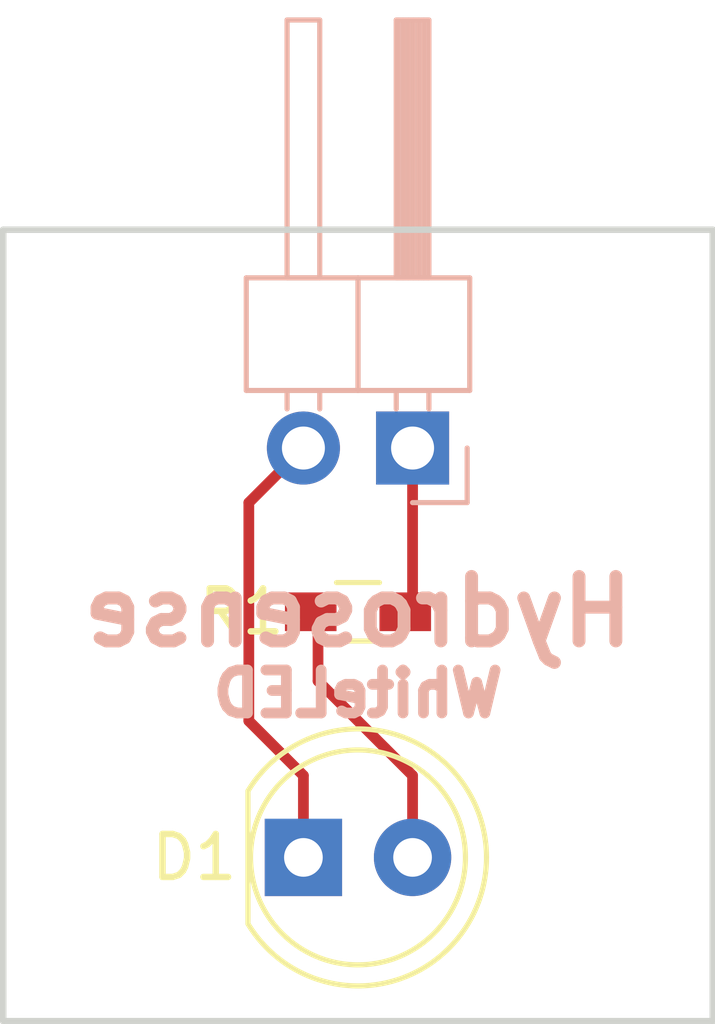
<source format=kicad_pcb>
(kicad_pcb (version 4) (host pcbnew 4.0.6-e0-6349~53~ubuntu16.04.1)

  (general
    (links 3)
    (no_connects 0)
    (area 141.529999 91.364999 158.190001 109.930001)
    (thickness 1.6)
    (drawings 6)
    (tracks 9)
    (zones 0)
    (modules 7)
    (nets 4)
  )

  (page A4)
  (layers
    (0 F.Cu signal)
    (31 B.Cu signal)
    (32 B.Adhes user)
    (33 F.Adhes user)
    (34 B.Paste user)
    (35 F.Paste user)
    (36 B.SilkS user)
    (37 F.SilkS user)
    (38 B.Mask user)
    (39 F.Mask user)
    (40 Dwgs.User user)
    (41 Cmts.User user)
    (42 Eco1.User user)
    (43 Eco2.User user)
    (44 Edge.Cuts user)
    (45 Margin user)
    (46 B.CrtYd user)
    (47 F.CrtYd user)
    (48 B.Fab user)
    (49 F.Fab user)
  )

  (setup
    (last_trace_width 0.25)
    (trace_clearance 0.2)
    (zone_clearance 0.508)
    (zone_45_only no)
    (trace_min 0.2)
    (segment_width 0.2)
    (edge_width 0.15)
    (via_size 0.6)
    (via_drill 0.4)
    (via_min_size 0.4)
    (via_min_drill 0.3)
    (uvia_size 0.3)
    (uvia_drill 0.1)
    (uvias_allowed no)
    (uvia_min_size 0.2)
    (uvia_min_drill 0.1)
    (pcb_text_width 0.3)
    (pcb_text_size 1.5 1.5)
    (mod_edge_width 0.15)
    (mod_text_size 1 1)
    (mod_text_width 0.15)
    (pad_size 1.524 1.524)
    (pad_drill 0.762)
    (pad_to_mask_clearance 0.2)
    (aux_axis_origin 0 0)
    (visible_elements FFFFFF7F)
    (pcbplotparams
      (layerselection 0x00030_80000001)
      (usegerberextensions false)
      (excludeedgelayer true)
      (linewidth 0.100000)
      (plotframeref false)
      (viasonmask false)
      (mode 1)
      (useauxorigin false)
      (hpglpennumber 1)
      (hpglpenspeed 20)
      (hpglpendiameter 15)
      (hpglpenoverlay 2)
      (psnegative false)
      (psa4output false)
      (plotreference true)
      (plotvalue true)
      (plotinvisibletext false)
      (padsonsilk false)
      (subtractmaskfromsilk false)
      (outputformat 1)
      (mirror false)
      (drillshape 1)
      (scaleselection 1)
      (outputdirectory ""))
  )

  (net 0 "")
  (net 1 GND)
  (net 2 "Net-(D1-Pad2)")
  (net 3 +5V)

  (net_class Default "This is the default net class."
    (clearance 0.2)
    (trace_width 0.25)
    (via_dia 0.6)
    (via_drill 0.4)
    (uvia_dia 0.3)
    (uvia_drill 0.1)
    (add_net +5V)
    (add_net GND)
    (add_net "Net-(D1-Pad2)")
  )

  (module Mounting_Holes:MountingHole_2.2mm_M2 (layer F.Cu) (tedit 58FD32EC) (tstamp 58FD3458)
    (at 155.575 107.315)
    (descr "Mounting Hole 2.2mm, no annular, M2")
    (tags "mounting hole 2.2mm no annular m2")
    (fp_text reference REF** (at 0 -3.2) (layer F.SilkS) hide
      (effects (font (size 1 1) (thickness 0.15)))
    )
    (fp_text value MountingHole_2.2mm_M2 (at 0 3.2) (layer F.Fab) hide
      (effects (font (size 1 1) (thickness 0.15)))
    )
    (fp_circle (center 0 0) (end 2.2 0) (layer Cmts.User) (width 0.15))
    (fp_circle (center 0 0) (end 2.45 0) (layer F.CrtYd) (width 0.05))
    (pad 1 np_thru_hole circle (at 0 0) (size 2.2 2.2) (drill 2.2) (layers *.Cu *.Mask))
  )

  (module Mounting_Holes:MountingHole_2.2mm_M2 (layer F.Cu) (tedit 58FD32E8) (tstamp 58FD3451)
    (at 144.145 107.315)
    (descr "Mounting Hole 2.2mm, no annular, M2")
    (tags "mounting hole 2.2mm no annular m2")
    (fp_text reference REF** (at 0 -3.2) (layer F.SilkS) hide
      (effects (font (size 1 1) (thickness 0.15)))
    )
    (fp_text value MountingHole_2.2mm_M2 (at 0 3.2) (layer F.Fab) hide
      (effects (font (size 1 1) (thickness 0.15)))
    )
    (fp_circle (center 0 0) (end 2.2 0) (layer Cmts.User) (width 0.15))
    (fp_circle (center 0 0) (end 2.45 0) (layer F.CrtYd) (width 0.05))
    (pad 1 np_thru_hole circle (at 0 0) (size 2.2 2.2) (drill 2.2) (layers *.Cu *.Mask))
  )

  (module Mounting_Holes:MountingHole_2.2mm_M2 (layer F.Cu) (tedit 58FD32F4) (tstamp 58FD3443)
    (at 144.145 93.98)
    (descr "Mounting Hole 2.2mm, no annular, M2")
    (tags "mounting hole 2.2mm no annular m2")
    (fp_text reference REF** (at 0 -3.2) (layer F.SilkS) hide
      (effects (font (size 1 1) (thickness 0.15)))
    )
    (fp_text value MountingHole_2.2mm_M2 (at 0 3.2) (layer F.Fab) hide
      (effects (font (size 1 1) (thickness 0.15)))
    )
    (fp_circle (center 0 0) (end 2.2 0) (layer Cmts.User) (width 0.15))
    (fp_circle (center 0 0) (end 2.45 0) (layer F.CrtYd) (width 0.05))
    (pad 1 np_thru_hole circle (at 0 0) (size 2.2 2.2) (drill 2.2) (layers *.Cu *.Mask))
  )

  (module LEDs:LED_D5.0mm (layer F.Cu) (tedit 58FD339E) (tstamp 58FD31AF)
    (at 148.59 106.045)
    (descr "LED, diameter 5.0mm, 2 pins, http://cdn-reichelt.de/documents/datenblatt/A500/LL-504BC2E-009.pdf")
    (tags "LED diameter 5.0mm 2 pins")
    (path /58FD2EC6)
    (fp_text reference D1 (at -2.54 0) (layer F.SilkS)
      (effects (font (size 1 1) (thickness 0.15)))
    )
    (fp_text value LED (at 1.27 3.96) (layer F.Fab) hide
      (effects (font (size 1 1) (thickness 0.15)))
    )
    (fp_arc (start 1.27 0) (end -1.23 -1.469694) (angle 299.1) (layer F.Fab) (width 0.1))
    (fp_arc (start 1.27 0) (end -1.29 -1.54483) (angle 148.9) (layer F.SilkS) (width 0.12))
    (fp_arc (start 1.27 0) (end -1.29 1.54483) (angle -148.9) (layer F.SilkS) (width 0.12))
    (fp_circle (center 1.27 0) (end 3.77 0) (layer F.Fab) (width 0.1))
    (fp_circle (center 1.27 0) (end 3.77 0) (layer F.SilkS) (width 0.12))
    (fp_line (start -1.23 -1.469694) (end -1.23 1.469694) (layer F.Fab) (width 0.1))
    (fp_line (start -1.29 -1.545) (end -1.29 1.545) (layer F.SilkS) (width 0.12))
    (fp_line (start -1.95 -3.25) (end -1.95 3.25) (layer F.CrtYd) (width 0.05))
    (fp_line (start -1.95 3.25) (end 4.5 3.25) (layer F.CrtYd) (width 0.05))
    (fp_line (start 4.5 3.25) (end 4.5 -3.25) (layer F.CrtYd) (width 0.05))
    (fp_line (start 4.5 -3.25) (end -1.95 -3.25) (layer F.CrtYd) (width 0.05))
    (pad 1 thru_hole rect (at 0 0) (size 1.8 1.8) (drill 0.9) (layers *.Cu *.Mask)
      (net 1 GND))
    (pad 2 thru_hole circle (at 2.54 0) (size 1.8 1.8) (drill 0.9) (layers *.Cu *.Mask)
      (net 2 "Net-(D1-Pad2)"))
    (model LEDs.3dshapes/LED_D5.0mm.wrl
      (at (xyz 0 0 0))
      (scale (xyz 0.393701 0.393701 0.393701))
      (rotate (xyz 0 0 0))
    )
  )

  (module Resistors_SMD:R_0603_HandSoldering (layer F.Cu) (tedit 58FD33A3) (tstamp 58FD31C0)
    (at 149.86 100.33 180)
    (descr "Resistor SMD 0603, hand soldering")
    (tags "resistor 0603")
    (path /58FD2E94)
    (attr smd)
    (fp_text reference R1 (at 2.71 0 180) (layer F.SilkS)
      (effects (font (size 1 1) (thickness 0.15)))
    )
    (fp_text value 10k (at 0 1.55 180) (layer F.Fab) hide
      (effects (font (size 1 1) (thickness 0.15)))
    )
    (fp_text user %R (at 0 0 180) (layer F.Fab)
      (effects (font (size 0.5 0.5) (thickness 0.075)))
    )
    (fp_line (start -0.8 0.4) (end -0.8 -0.4) (layer F.Fab) (width 0.1))
    (fp_line (start 0.8 0.4) (end -0.8 0.4) (layer F.Fab) (width 0.1))
    (fp_line (start 0.8 -0.4) (end 0.8 0.4) (layer F.Fab) (width 0.1))
    (fp_line (start -0.8 -0.4) (end 0.8 -0.4) (layer F.Fab) (width 0.1))
    (fp_line (start 0.5 0.68) (end -0.5 0.68) (layer F.SilkS) (width 0.12))
    (fp_line (start -0.5 -0.68) (end 0.5 -0.68) (layer F.SilkS) (width 0.12))
    (fp_line (start -1.96 -0.7) (end 1.95 -0.7) (layer F.CrtYd) (width 0.05))
    (fp_line (start -1.96 -0.7) (end -1.96 0.7) (layer F.CrtYd) (width 0.05))
    (fp_line (start 1.95 0.7) (end 1.95 -0.7) (layer F.CrtYd) (width 0.05))
    (fp_line (start 1.95 0.7) (end -1.96 0.7) (layer F.CrtYd) (width 0.05))
    (pad 1 smd rect (at -1.1 0 180) (size 1.2 0.9) (layers F.Cu F.Paste F.Mask)
      (net 3 +5V))
    (pad 2 smd rect (at 1.1 0 180) (size 1.2 0.9) (layers F.Cu F.Paste F.Mask)
      (net 2 "Net-(D1-Pad2)"))
    (model ${KISYS3DMOD}/Resistors_SMD.3dshapes/R_0603.wrl
      (at (xyz 0 0 0))
      (scale (xyz 1 1 1))
      (rotate (xyz 0 0 0))
    )
  )

  (module Pin_Headers:Pin_Header_Angled_1x02_Pitch2.54mm (layer B.Cu) (tedit 58FD3385) (tstamp 58FD3264)
    (at 151.13 96.52 90)
    (descr "Through hole angled pin header, 1x02, 2.54mm pitch, 6mm pin length, single row")
    (tags "Through hole angled pin header THT 1x02 2.54mm single row")
    (path /58FD31C1)
    (fp_text reference J1 (at 4.315 2.27 90) (layer B.SilkS) hide
      (effects (font (size 1 1) (thickness 0.15)) (justify mirror))
    )
    (fp_text value CONN_01X02 (at 4.315 -4.81 90) (layer B.Fab) hide
      (effects (font (size 1 1) (thickness 0.15)) (justify mirror))
    )
    (fp_line (start 1.4 1.27) (end 1.4 -1.27) (layer B.Fab) (width 0.1))
    (fp_line (start 1.4 -1.27) (end 3.9 -1.27) (layer B.Fab) (width 0.1))
    (fp_line (start 3.9 -1.27) (end 3.9 1.27) (layer B.Fab) (width 0.1))
    (fp_line (start 3.9 1.27) (end 1.4 1.27) (layer B.Fab) (width 0.1))
    (fp_line (start 0 0.32) (end 0 -0.32) (layer B.Fab) (width 0.1))
    (fp_line (start 0 -0.32) (end 9.9 -0.32) (layer B.Fab) (width 0.1))
    (fp_line (start 9.9 -0.32) (end 9.9 0.32) (layer B.Fab) (width 0.1))
    (fp_line (start 9.9 0.32) (end 0 0.32) (layer B.Fab) (width 0.1))
    (fp_line (start 1.4 -1.27) (end 1.4 -3.81) (layer B.Fab) (width 0.1))
    (fp_line (start 1.4 -3.81) (end 3.9 -3.81) (layer B.Fab) (width 0.1))
    (fp_line (start 3.9 -3.81) (end 3.9 -1.27) (layer B.Fab) (width 0.1))
    (fp_line (start 3.9 -1.27) (end 1.4 -1.27) (layer B.Fab) (width 0.1))
    (fp_line (start 0 -2.22) (end 0 -2.86) (layer B.Fab) (width 0.1))
    (fp_line (start 0 -2.86) (end 9.9 -2.86) (layer B.Fab) (width 0.1))
    (fp_line (start 9.9 -2.86) (end 9.9 -2.22) (layer B.Fab) (width 0.1))
    (fp_line (start 9.9 -2.22) (end 0 -2.22) (layer B.Fab) (width 0.1))
    (fp_line (start 1.34 1.33) (end 1.34 -1.27) (layer B.SilkS) (width 0.12))
    (fp_line (start 1.34 -1.27) (end 3.96 -1.27) (layer B.SilkS) (width 0.12))
    (fp_line (start 3.96 -1.27) (end 3.96 1.33) (layer B.SilkS) (width 0.12))
    (fp_line (start 3.96 1.33) (end 1.34 1.33) (layer B.SilkS) (width 0.12))
    (fp_line (start 3.96 0.38) (end 3.96 -0.38) (layer B.SilkS) (width 0.12))
    (fp_line (start 3.96 -0.38) (end 9.96 -0.38) (layer B.SilkS) (width 0.12))
    (fp_line (start 9.96 -0.38) (end 9.96 0.38) (layer B.SilkS) (width 0.12))
    (fp_line (start 9.96 0.38) (end 3.96 0.38) (layer B.SilkS) (width 0.12))
    (fp_line (start 0.91 0.38) (end 1.34 0.38) (layer B.SilkS) (width 0.12))
    (fp_line (start 0.91 -0.38) (end 1.34 -0.38) (layer B.SilkS) (width 0.12))
    (fp_line (start 3.96 0.26) (end 9.96 0.26) (layer B.SilkS) (width 0.12))
    (fp_line (start 3.96 0.14) (end 9.96 0.14) (layer B.SilkS) (width 0.12))
    (fp_line (start 3.96 0.02) (end 9.96 0.02) (layer B.SilkS) (width 0.12))
    (fp_line (start 3.96 -0.1) (end 9.96 -0.1) (layer B.SilkS) (width 0.12))
    (fp_line (start 3.96 -0.22) (end 9.96 -0.22) (layer B.SilkS) (width 0.12))
    (fp_line (start 3.96 -0.34) (end 9.96 -0.34) (layer B.SilkS) (width 0.12))
    (fp_line (start 1.34 -1.27) (end 1.34 -3.87) (layer B.SilkS) (width 0.12))
    (fp_line (start 1.34 -3.87) (end 3.96 -3.87) (layer B.SilkS) (width 0.12))
    (fp_line (start 3.96 -3.87) (end 3.96 -1.27) (layer B.SilkS) (width 0.12))
    (fp_line (start 3.96 -1.27) (end 1.34 -1.27) (layer B.SilkS) (width 0.12))
    (fp_line (start 3.96 -2.16) (end 3.96 -2.92) (layer B.SilkS) (width 0.12))
    (fp_line (start 3.96 -2.92) (end 9.96 -2.92) (layer B.SilkS) (width 0.12))
    (fp_line (start 9.96 -2.92) (end 9.96 -2.16) (layer B.SilkS) (width 0.12))
    (fp_line (start 9.96 -2.16) (end 3.96 -2.16) (layer B.SilkS) (width 0.12))
    (fp_line (start 0.91 -2.16) (end 1.34 -2.16) (layer B.SilkS) (width 0.12))
    (fp_line (start 0.91 -2.92) (end 1.34 -2.92) (layer B.SilkS) (width 0.12))
    (fp_line (start -1.27 0) (end -1.27 1.27) (layer B.SilkS) (width 0.12))
    (fp_line (start -1.27 1.27) (end 0 1.27) (layer B.SilkS) (width 0.12))
    (fp_line (start -1.8 1.8) (end -1.8 -4.35) (layer B.CrtYd) (width 0.05))
    (fp_line (start -1.8 -4.35) (end 10.4 -4.35) (layer B.CrtYd) (width 0.05))
    (fp_line (start 10.4 -4.35) (end 10.4 1.8) (layer B.CrtYd) (width 0.05))
    (fp_line (start 10.4 1.8) (end -1.8 1.8) (layer B.CrtYd) (width 0.05))
    (fp_text user %R (at 4.315 2.27 90) (layer B.Fab) hide
      (effects (font (size 1 1) (thickness 0.15)) (justify mirror))
    )
    (pad 1 thru_hole rect (at 0 0 90) (size 1.7 1.7) (drill 1) (layers *.Cu *.Mask)
      (net 3 +5V))
    (pad 2 thru_hole oval (at 0 -2.54 90) (size 1.7 1.7) (drill 1) (layers *.Cu *.Mask)
      (net 1 GND))
    (model ${KISYS3DMOD}/Pin_Headers.3dshapes/Pin_Header_Angled_1x02_Pitch2.54mm.wrl
      (at (xyz 0 -0.05 0))
      (scale (xyz 1 1 1))
      (rotate (xyz 0 0 90))
    )
  )

  (module Mounting_Holes:MountingHole_2.2mm_M2 (layer F.Cu) (tedit 58FD32F0) (tstamp 58FD3432)
    (at 155.575 93.98)
    (descr "Mounting Hole 2.2mm, no annular, M2")
    (tags "mounting hole 2.2mm no annular m2")
    (fp_text reference REF** (at 0 -3.2) (layer F.SilkS) hide
      (effects (font (size 1 1) (thickness 0.15)))
    )
    (fp_text value MountingHole_2.2mm_M2 (at 0 3.2) (layer F.Fab) hide
      (effects (font (size 1 1) (thickness 0.15)))
    )
    (fp_circle (center 0 0) (end 2.2 0) (layer Cmts.User) (width 0.15))
    (fp_circle (center 0 0) (end 2.45 0) (layer F.CrtYd) (width 0.05))
    (pad 1 np_thru_hole circle (at 0 0) (size 2.2 2.2) (drill 2.2) (layers *.Cu *.Mask))
  )

  (gr_text WhiteLED (at 149.86 102.235) (layer B.SilkS)
    (effects (font (size 1 1) (thickness 0.25)) (justify mirror))
  )
  (gr_text Hydrosense (at 149.86 100.33) (layer B.SilkS)
    (effects (font (size 1.5 1.5) (thickness 0.3)) (justify mirror))
  )
  (gr_line (start 141.605 109.855) (end 141.605 91.44) (layer Edge.Cuts) (width 0.15))
  (gr_line (start 158.115 109.855) (end 141.605 109.855) (layer Edge.Cuts) (width 0.15))
  (gr_line (start 158.115 91.44) (end 158.115 109.855) (layer Edge.Cuts) (width 0.15))
  (gr_line (start 141.605 91.44) (end 158.115 91.44) (layer Edge.Cuts) (width 0.15))

  (segment (start 148.59 106.045) (end 148.59 104.14) (width 0.25) (layer F.Cu) (net 1))
  (segment (start 147.32 97.79) (end 148.59 96.52) (width 0.25) (layer F.Cu) (net 1) (tstamp 58FD356F))
  (segment (start 147.32 102.87) (end 147.32 97.79) (width 0.25) (layer F.Cu) (net 1) (tstamp 58FD356D))
  (segment (start 148.59 104.14) (end 147.32 102.87) (width 0.25) (layer F.Cu) (net 1) (tstamp 58FD356B))
  (segment (start 148.93 100.33) (end 148.93 101.94) (width 0.25) (layer F.Cu) (net 2))
  (segment (start 151.13 104.14) (end 151.13 106.045) (width 0.25) (layer F.Cu) (net 2) (tstamp 58FD357F))
  (segment (start 150.495 103.505) (end 151.13 104.14) (width 0.25) (layer F.Cu) (net 2) (tstamp 58FD357E))
  (segment (start 148.93 101.94) (end 150.495 103.505) (width 0.25) (layer F.Cu) (net 2) (tstamp 58FD357D))
  (segment (start 151.13 96.52) (end 151.13 100.33) (width 0.25) (layer F.Cu) (net 3))

)

</source>
